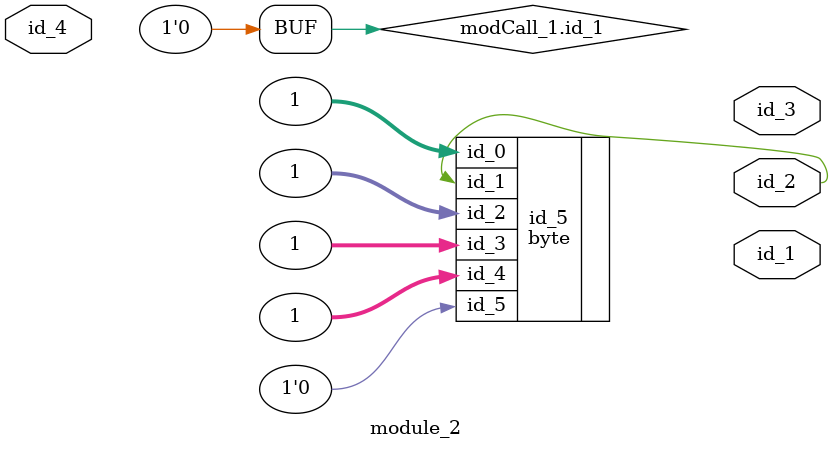
<source format=v>
module module_0;
  assign id_1 = 1;
endmodule
module module_1 (
    id_1,
    id_2,
    id_3,
    id_4,
    id_5,
    id_6,
    id_7
);
  inout wire id_7;
  inout wire id_6;
  input wire id_5;
  input wire id_4;
  inout wire id_3;
  output wire id_2;
  output wire id_1;
  assign id_1 = 1;
  module_0 modCall_1 ();
  assign modCall_1.id_1 = 0;
endmodule
module module_2 (
    id_1,
    id_2,
    id_3,
    id_4
);
  inout wire id_4;
  output wire id_3;
  output wire id_2;
  output wire id_1;
  byte id_5 (
      .id_0(1),
      .id_1(id_2),
      .id_2(1),
      .id_3(1),
      .id_4(1),
      .id_5(1'b0)
  );
  module_0 modCall_1 ();
  assign modCall_1.id_1 = 0;
  assign id_4 = id_4;
  wire id_6;
  wire id_7;
endmodule

</source>
